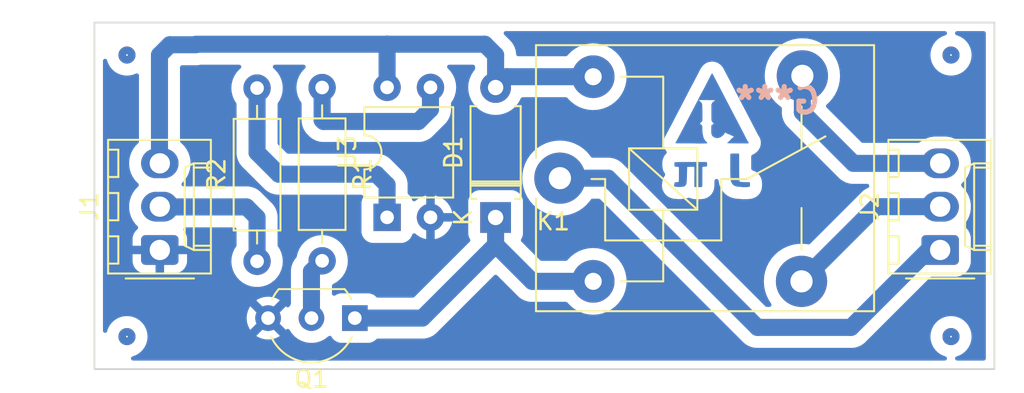
<source format=kicad_pcb>
(kicad_pcb (version 20240108) (generator "pcbnew") (generator_version "8.0")
  (layers (0 "F.Cu" signal) (31 "B.Cu" signal) (34 "B.Paste" user) (35 "F.Paste" user) (36 "B.SilkS" user "B.Silkscreen") (37 "F.SilkS" user "F.Silkscreen") (38 "B.Mask" user) (39 "F.Mask" user) (44 "Edge.Cuts" user))
  (net 0 "")
  (net 1 "+5V")
  (net 2 "Net-(D1-A)")
  (net 3 "GND")
  (net 4 "Net-(J2-Pad1)")
  (net 5 "Net-(J2-Pad2)")
  (net 6 "Net-(J2-Pad3)")
  (net 7 "Net-(Q1-B)")
  (net 8 "Net-(R1-Pad1)")
  (net 9 "Net-(R2-Pad2)")
  (net 10 "Net-(J1-Pad2)")
  (footprint "Package_TO_SOT_THT:TO-92L_Inline_Wide" (layer "F.Cu") (at 125.105 124.01 180)
    (property "Reference" "Q1" (at 2.54 -3.56 180) (layer "F.SilkS"))
    (property "Value" "BC337")
    (fp_line (start 0.6 1.7) (end 4.45 1.7) (stroke (width 0.12)) (layer "F.SilkS"))
    (fp_arc (start 4.842383 1.112264) (mid 4.666594 1.419753) (end 4.45 1.7) (stroke (width 0.12)) (layer "F.SilkS"))
    (fp_arc (start 2.54 -2.6) (mid 3.936979 -2.192818) (end 4.8964 -1.098807) (stroke (width 0.12)) (layer "F.SilkS"))
    (fp_arc (start 0.6 1.7) (mid 0.389183 1.423933) (end 0.217369 1.122045) (stroke (width 0.12)) (layer "F.SilkS"))
    (fp_arc (start 0.1836 -1.098807) (mid 1.143021 -2.192817) (end 2.54 -2.6) (stroke (width 0.12)) (layer "F.SilkS"))
    (pad "1" thru_hole rect (at 0 0 180) (size 1.5 1.5) (drill 0.8) (layers "*.Cu" "*.Mask") (net 2 "Net-(D1-A)"))
    (pad "2" thru_hole circle (at 2.54 0 180) (size 1.5 1.5) (drill 0.8) (layers "*.Cu" "*.Mask") (net 7 "Net-(Q1-B)"))
    (pad "3" thru_hole circle (at 5.08 0 180) (size 1.5 1.5) (drill 0.8) (layers "*.Cu" "*.Mask") (net 3 "GND"))
  )
  (footprint "Relay_THT:Relay_SPDT_SANYOU_SRD_Series_Form_C" (layer "F.Cu") (at 137.115 115.805)
    (property "Reference" "K1" (at -0.39 2.54 0) (layer "F.SilkS"))
    (property "Value" "RELAY_C")
    (fp_line (start -1.4 -7.8) (end -1.4 -1.2) (stroke (width 0.12)) (layer "F.SilkS"))
    (fp_line (start -1.4 -7.8) (end 18.4 -7.8) (stroke (width 0.12)) (layer "F.SilkS"))
    (fp_line (start -1.4 1.2) (end -1.4 7.8) (stroke (width 0.12)) (layer "F.SilkS"))
    (fp_line (start 2.65 0.05) (end 1.85 0.05) (stroke (width 0.12)) (layer "F.SilkS"))
    (fp_line (start 2.65 0.05) (end 2.65 3.65) (stroke (width 0.12)) (layer "F.SilkS"))
    (fp_line (start 3.55 6.05) (end 6.05 6.05) (stroke (width 0.12)) (layer "F.SilkS"))
    (fp_line (start 4.05 -1.75) (end 8.05 -1.75) (stroke (width 0.12)) (layer "F.SilkS"))
    (fp_line (start 4.05 1.85) (end 4.05 -1.75) (stroke (width 0.12)) (layer "F.SilkS"))
    (fp_line (start 6.05 -5.95) (end 3.55 -5.95) (stroke (width 0.12)) (layer "F.SilkS"))
    (fp_line (start 6.05 -5.95) (end 6.05 -1.75) (stroke (width 0.12)) (layer "F.SilkS"))
    (fp_line (start 6.05 1.85) (end 6.05 6.05) (stroke (width 0.12)) (layer "F.SilkS"))
    (fp_line (start 8.05 -1.75) (end 8.05 1.85) (stroke (width 0.12)) (layer "F.SilkS"))
    (fp_line (start 8.05 1.85) (end 4.05 -1.75) (stroke (width 0.12)) (layer "F.SilkS"))
    (fp_line (start 8.05 1.85) (end 4.05 1.85) (stroke (width 0.12)) (layer "F.SilkS"))
    (fp_line (start 9.45 0.05) (end 9.45 3.65) (stroke (width 0.12)) (layer "F.SilkS"))
    (fp_line (start 9.45 0.05) (end 10.95 0.05) (stroke (width 0.12)) (layer "F.SilkS"))
    (fp_line (start 9.45 3.65) (end 2.65 3.65) (stroke (width 0.12)) (layer "F.SilkS"))
    (fp_line (start 10.95 0.05) (end 15.55 -2.45) (stroke (width 0.12)) (layer "F.SilkS"))
    (fp_line (start 14.15 -4.2) (end 14.15 -1.7) (stroke (width 0.12)) (layer "F.SilkS"))
    (fp_line (start 14.15 4.2) (end 14.15 1.75) (stroke (width 0.12)) (layer "F.SilkS"))
    (fp_line (start 18.4 -7.8) (end 18.4 7.8) (stroke (width 0.12)) (layer "F.SilkS"))
    (fp_line (start 18.4 7.8) (end -1.4 7.8) (stroke (width 0.12)) (layer "F.SilkS"))
    (pad "1" thru_hole circle (at 0 0 90) (size 3 3) (drill 1.3) (layers "*.Cu" "*.Mask") (net 4 "Net-(J2-Pad1)"))
    (pad "2" thru_hole circle (at 1.95 6.05 90) (size 2.5 2.5) (drill 1) (layers "*.Cu" "*.Mask") (net 2 "Net-(D1-A)"))
    (pad "3" thru_hole circle (at 14.15 6.05 90) (size 3 3) (drill 1.3) (layers "*.Cu" "*.Mask") (net 5 "Net-(J2-Pad2)"))
    (pad "4" thru_hole circle (at 14.2 -6 90) (size 3 3) (drill 1.3) (layers "*.Cu" "*.Mask") (net 6 "Net-(J2-Pad3)"))
    (pad "5" thru_hole circle (at 1.95 -5.95 90) (size 2.5 2.5) (drill 1) (layers "*.Cu" "*.Mask") (net 1 "+5V"))
  )
  (footprint "Connector_Molex:Molex_KK-254_AE-6410-03A_1x03_P2.54mm_Vertical" (layer "F.Cu") (at 113.685 120.015 90)
    (property "Reference" "J1" (at 2.54 -4.12 -90) (layer "F.SilkS"))
    (property "Value" "TB_1X3")
    (fp_line (start 6.46 -3.03) (end -1.38 -3.03) (stroke (width 0.12)) (layer "F.SilkS"))
    (fp_line (start 4.28 -3.03) (end 4.28 -2.43) (stroke (width 0.12)) (layer "F.SilkS"))
    (fp_line (start 1.74 -3.03) (end 1.74 -2.43) (stroke (width 0.12)) (layer "F.SilkS"))
    (fp_line (start -0.8 -3.03) (end -0.8 -2.43) (stroke (width 0.12)) (layer "F.SilkS"))
    (fp_line (start -1.38 -3.03) (end -1.38 2.99) (stroke (width 0.12)) (layer "F.SilkS"))
    (fp_line (start 5.88 -2.43) (end 5.88 -3.03) (stroke (width 0.12)) (layer "F.SilkS"))
    (fp_line (start 4.28 -2.43) (end 5.88 -2.43) (stroke (width 0.12)) (layer "F.SilkS"))
    (fp_line (start 3.34 -2.43) (end 3.34 -3.03) (stroke (width 0.12)) (layer "F.SilkS"))
    (fp_line (start 1.74 -2.43) (end 3.34 -2.43) (stroke (width 0.12)) (layer "F.SilkS"))
    (fp_line (start 0.8 -2.43) (end 0.8 -3.03) (stroke (width 0.12)) (layer "F.SilkS"))
    (fp_line (start -0.8 -2.43) (end 0.8 -2.43) (stroke (width 0.12)) (layer "F.SilkS"))
    (fp_line (start -1.67 -2) (end -1.67 2) (stroke (width 0.12)) (layer "F.SilkS"))
    (fp_line (start 4.83 1.46) (end 5.08 1.99) (stroke (width 0.12)) (layer "F.SilkS"))
    (fp_line (start 0.25 1.46) (end 4.83 1.46) (stroke (width 0.12)) (layer "F.SilkS"))
    (fp_line (start 5.08 1.99) (end 5.08 2.99) (stroke (width 0.12)) (layer "F.SilkS"))
    (fp_line (start 0 1.99) (end 0.25 1.46) (stroke (width 0.12)) (layer "F.SilkS"))
    (fp_line (start 0 1.99) (end 5.08 1.99) (stroke (width 0.12)) (layer "F.SilkS"))
    (fp_line (start 6.46 2.99) (end 6.46 -3.03) (stroke (width 0.12)) (layer "F.SilkS"))
    (fp_line (start 4.83 2.99) (end 4.83 1.99) (stroke (width 0.12)) (layer "F.SilkS"))
    (fp_line (start 0.25 2.99) (end 0.25 1.99) (stroke (width 0.12)) (layer "F.SilkS"))
    (fp_line (start 0 2.99) (end 0 1.99) (stroke (width 0.12)) (layer "F.SilkS"))
    (fp_line (start -1.38 2.99) (end 6.46 2.99) (stroke (width 0.12)) (layer "F.SilkS"))
    (pad "1" thru_hole roundrect (at 0 0 90) (size 1.74 2.19) (drill 1.19) (layers "*.Cu" "*.Mask") (roundrect_rratio 0.143678) (net 3 "GND"))
    (pad "2" thru_hole oval (at 2.54 0 90) (size 1.74 2.19) (drill 1.19) (layers "*.Cu" "*.Mask") (net 10 "Net-(J1-Pad2)"))
    (pad "3" thru_hole oval (at 5.08 0 90) (size 1.74 2.19) (drill 1.19) (layers "*.Cu" "*.Mask") (net 1 "+5V"))
  )
  (footprint "Resistor_THT:R_Axial_DIN0207_L6.3mm_D2.5mm_P10.16mm_Horizontal" (layer "F.Cu") (at 119.38 120.68 90)
    (property "Reference" "R2" (at 5.08 -2.37 -90) (layer "F.SilkS"))
    (property "Value" "220")
    (fp_line (start 8.35 -1.37) (end 1.81 -1.37) (stroke (width 0.12)) (layer "F.SilkS"))
    (fp_line (start 1.81 -1.37) (end 1.81 1.37) (stroke (width 0.12)) (layer "F.SilkS"))
    (fp_line (start 9.12 0) (end 8.35 0) (stroke (width 0.12)) (layer "F.SilkS"))
    (fp_line (start 1.04 0) (end 1.81 0) (stroke (width 0.12)) (layer "F.SilkS"))
    (fp_line (start 8.35 1.37) (end 8.35 -1.37) (stroke (width 0.12)) (layer "F.SilkS"))
    (fp_line (start 1.81 1.37) (end 8.35 1.37) (stroke (width 0.12)) (layer "F.SilkS"))
    (pad "1" thru_hole circle (at 0 0 90) (size 1.6 1.6) (drill 0.8) (layers "*.Cu" "*.Mask") (net 10 "Net-(J1-Pad2)"))
    (pad "2" thru_hole oval (at 10.16 0 90) (size 1.6 1.6) (drill 0.8) (layers "*.Cu" "*.Mask") (net 9 "Net-(R2-Pad2)"))
  )
  (footprint "Resistor_THT:R_Axial_DIN0207_L6.3mm_D2.5mm_P10.16mm_Horizontal" (layer "F.Cu") (at 123.19 110.49 -90)
    (property "Reference" "R1" (at 5.08 -2.37 90) (layer "F.SilkS"))
    (property "Value" "1K")
    (fp_line (start 1.81 1.37) (end 8.35 1.37) (stroke (width 0.12)) (layer "F.SilkS"))
    (fp_line (start 8.35 1.37) (end 8.35 -1.37) (stroke (width 0.12)) (layer "F.SilkS"))
    (fp_line (start 1.04 0) (end 1.81 0) (stroke (width 0.12)) (layer "F.SilkS"))
    (fp_line (start 9.12 0) (end 8.35 0) (stroke (width 0.12)) (layer "F.SilkS"))
    (fp_line (start 1.81 -1.37) (end 1.81 1.37) (stroke (width 0.12)) (layer "F.SilkS"))
    (fp_line (start 8.35 -1.37) (end 1.81 -1.37) (stroke (width 0.12)) (layer "F.SilkS"))
    (pad "1" thru_hole circle (at 0 0 270) (size 1.6 1.6) (drill 0.8) (layers "*.Cu" "*.Mask") (net 8 "Net-(R1-Pad1)"))
    (pad "2" thru_hole oval (at 10.16 0 270) (size 1.6 1.6) (drill 0.8) (layers "*.Cu" "*.Mask") (net 7 "Net-(Q1-B)"))
  )
  (footprint "Connector_Molex:Molex_KK-254_AE-6410-03A_1x03_P2.54mm_Vertical" (layer "F.Cu") (at 159.385 120.015 90)
    (property "Reference" "J2" (at 2.54 -4.12 -90) (layer "F.SilkS"))
    (property "Value" "TB_1X3")
    (fp_line (start 6.46 -3.03) (end -1.38 -3.03) (stroke (width 0.12)) (layer "F.SilkS"))
    (fp_line (start 4.28 -3.03) (end 4.28 -2.43) (stroke (width 0.12)) (layer "F.SilkS"))
    (fp_line (start 1.74 -3.03) (end 1.74 -2.43) (stroke (width 0.12)) (layer "F.SilkS"))
    (fp_line (start -0.8 -3.03) (end -0.8 -2.43) (stroke (width 0.12)) (layer "F.SilkS"))
    (fp_line (start -1.38 -3.03) (end -1.38 2.99) (stroke (width 0.12)) (layer "F.SilkS"))
    (fp_line (start 5.88 -2.43) (end 5.88 -3.03) (stroke (width 0.12)) (layer "F.SilkS"))
    (fp_line (start 4.28 -2.43) (end 5.88 -2.43) (stroke (width 0.12)) (layer "F.SilkS"))
    (fp_line (start 3.34 -2.43) (end 3.34 -3.03) (stroke (width 0.12)) (layer "F.SilkS"))
    (fp_line (start 1.74 -2.43) (end 3.34 -2.43) (stroke (width 0.12)) (layer "F.SilkS"))
    (fp_line (start 0.8 -2.43) (end 0.8 -3.03) (stroke (width 0.12)) (layer "F.SilkS"))
    (fp_line (start -0.8 -2.43) (end 0.8 -2.43) (stroke (width 0.12)) (layer "F.SilkS"))
    (fp_line (start -1.67 -2) (end -1.67 2) (stroke (width 0.12)) (layer "F.SilkS"))
    (fp_line (start 4.83 1.46) (end 5.08 1.99) (stroke (width 0.12)) (layer "F.SilkS"))
    (fp_line (start 0.25 1.46) (end 4.83 1.46) (stroke (width 0.12)) (layer "F.SilkS"))
    (fp_line (start 5.08 1.99) (end 5.08 2.99) (stroke (width 0.12)) (layer "F.SilkS"))
    (fp_line (start 0 1.99) (end 0.25 1.46) (stroke (width 0.12)) (layer "F.SilkS"))
    (fp_line (start 0 1.99) (end 5.08 1.99) (stroke (width 0.12)) (layer "F.SilkS"))
    (fp_line (start 6.46 2.99) (end 6.46 -3.03) (stroke (width 0.12)) (layer "F.SilkS"))
    (fp_line (start 4.83 2.99) (end 4.83 1.99) (stroke (width 0.12)) (layer "F.SilkS"))
    (fp_line (start 0.25 2.99) (end 0.25 1.99) (stroke (width 0.12)) (layer "F.SilkS"))
    (fp_line (start 0 2.99) (end 0 1.99) (stroke (width 0.12)) (layer "F.SilkS"))
    (fp_line (start -1.38 2.99) (end 6.46 2.99) (stroke (width 0.12)) (layer "F.SilkS"))
    (pad "1" thru_hole roundrect (at 0 0 90) (size 1.74 2.19) (drill 1.19) (layers "*.Cu" "*.Mask") (roundrect_rratio 0.143678) (net 4 "Net-(J2-Pad1)"))
    (pad "2" thru_hole oval (at 2.54 0 90) (size 1.74 2.19) (drill 1.19) (layers "*.Cu" "*.Mask") (net 5 "Net-(J2-Pad2)"))
    (pad "3" thru_hole oval (at 5.08 0 90) (size 1.74 2.19) (drill 1.19) (layers "*.Cu" "*.Mask") (net 6 "Net-(J2-Pad3)"))
  )
  (footprint "Package_DIP:DIP-4_W7.62mm" (layer "F.Cu") (at 126.995 118.1 90)
    (property "Reference" "U3" (at 3.81 -2.33 -90) (layer "F.SilkS"))
    (property "Value" "PC817")
    (fp_line (start 6.46 -1.33) (end 4.81 -1.33) (stroke (width 0.12)) (layer "F.SilkS"))
    (fp_line (start 2.81 -1.33) (end 1.16 -1.33) (stroke (width 0.12)) (layer "F.SilkS"))
    (fp_line (start 1.16 -1.33) (end 1.16 3.87) (stroke (width 0.12)) (layer "F.SilkS"))
    (fp_line (start 6.46 3.87) (end 6.46 -1.33) (stroke (width 0.12)) (layer "F.SilkS"))
    (fp_line (start 1.16 3.87) (end 6.46 3.87) (stroke (width 0.12)) (layer "F.SilkS"))
    (fp_arc (start 4.81 -1.33) (mid 3.81 -0.33) (end 2.81 -1.33) (stroke (width 0.12)) (layer "F.SilkS"))
    (pad "1" thru_hole rect (at 0 0 90) (size 1.6 1.6) (drill 0.8) (layers "*.Cu" "*.Mask") (net 9 "Net-(R2-Pad2)"))
    (pad "2" thru_hole oval (at 0 2.54 90) (size 1.6 1.6) (drill 0.8) (layers "*.Cu" "*.Mask") (net 3 "GND"))
    (pad "3" thru_hole oval (at 7.62 2.54 90) (size 1.6 1.6) (drill 0.8) (layers "*.Cu" "*.Mask") (net 8 "Net-(R1-Pad1)"))
    (pad "4" thru_hole oval (at 7.62 0 90) (size 1.6 1.6) (drill 0.8) (layers "*.Cu" "*.Mask") (net 1 "+5V"))
  )
  (footprint "Diode_THT:D_A-405_P7.62mm_Horizontal" (layer "F.Cu") (at 133.35 118.11 90)
    (property "Reference" "D1" (at 3.81 -2.47 -90) (layer "F.SilkS"))
    (property "Value" "DIODE")
    (fp_line (start 6.53 -1.47) (end 6.53 -1.14) (stroke (width 0.12)) (layer "F.SilkS"))
    (fp_line (start 2.11 -1.47) (end 2.11 1.47) (stroke (width 0.12)) (layer "F.SilkS"))
    (fp_line (start 1.99 -1.47) (end 1.99 1.47) (stroke (width 0.12)) (layer "F.SilkS"))
    (fp_line (start 1.87 -1.47) (end 1.87 1.47) (stroke (width 0.12)) (layer "F.SilkS"))
    (fp_line (start 1.09 -1.47) (end 6.53 -1.47) (stroke (width 0.12)) (layer "F.SilkS"))
    (fp_line (start 1.09 -1.14) (end 1.09 -1.47) (stroke (width 0.12)) (layer "F.SilkS"))
    (fp_line (start 1.09 1.14) (end 1.09 1.47) (stroke (width 0.12)) (layer "F.SilkS"))
    (fp_line (start 6.53 1.47) (end 6.53 1.14) (stroke (width 0.12)) (layer "F.SilkS"))
    (fp_line (start 1.09 1.47) (end 6.53 1.47) (stroke (width 0.12)) (layer "F.SilkS"))
    (fp_text user "K" (at 0 -1.9 -90) (layer "F.SilkS"))
    (pad "1" thru_hole rect (at 0 0 90) (size 1.8 1.8) (drill 0.9) (layers "*.Cu" "*.Mask") (net 2 "Net-(D1-A)"))
    (pad "2" thru_hole oval (at 7.62 0 90) (size 1.8 1.8) (drill 0.9) (layers "*.Cu" "*.Mask") (net 1 "+5V"))
  )
  (footprint "Imagenes:Logo_Cobre_4.8mm_7mm" (layer "B.Cu") (at 146.05 113.03 180)
    (property "Reference" "G***" (at -3.81 1.778 180) (layer "B.SilkS") (effects (font (size 1.5 1.5) (thickness 0.3)) (justify mirror)))
    (property "Value" "LOGO" (hide yes))
    (fp_poly (pts (xy -1.31985 -1.327241) (xy -1.299041 -1.327452) (xy -1.232725 -1.328264) (xy -1.181208 -1.329115) (xy -1.142403 -1.330189) (xy -1.114221 -1.331672) (xy -1.094575 -1.333749) (xy -1.081377 -1.336605) (xy -1.072539 -1.340426) (xy -1.065972 -1.345396) (xy -1.062854 -1.348405) (xy -1.044416 -1.366857) (xy -1.041564 -1.888831) (xy -1.040919 -2.0482) (xy -1.040846 -2.191605) (xy -1.041386 -2.319966) (xy -1.042584 -2.434197) (xy -1.044482 -2.535218) (xy -1.047122 -2.623945) (xy -1.050548 -2.701295) (xy -1.054803 -2.768185) (xy -1.059929 -2.825533) (xy -1.065969 -2.874256) (xy -1.072966 -2.915271) (xy -1.080963 -2.949496) (xy -1.090003 -2.977846) (xy -1.092787 -2.985007) (xy -1.130151 -3.063691) (xy -1.173107 -3.12761) (xy -1.223544 -3.178477) (xy -1.283352 -3.218004) (xy -1.354421 -3.247904) (xy -1.396421 -3.260206) (xy -1.430058 -3.266822) (xy -1.475918 -3.272915) (xy -1.529333 -3.277955) (xy -1.580319 -3.281165) (xy -1.624689 -3.283725) (xy -1.662818 -3.286774) (xy -1.691641 -3.29) (xy -1.708091 -3.293092) (xy -1.710676 -3.29441) (xy -1.720516 -3.297058) (xy -1.7444 -3.298955) (xy -1.779499 -3.300139) (xy -1.822988 -3.300647) (xy -1.87204 -3.300518) (xy -1.923828 -3.299789) (xy -1.975524 -3.298498) (xy -2.024303 -3.296682) (xy -2.067338 -3.294379) (xy -2.101801 -3.291628) (xy -2.122555 -3.288909) (xy -2.152395 -3.282304) (xy -2.175395 -3.274967) (xy -2.186675 -3.26846) (xy -2.186759 -3.268332) (xy -2.191426 -3.252295) (xy -2.195039 -3.223813) (xy -2.197484 -3.187302) (xy -2.198645 -3.147181) (xy -2.198408 -3.107866) (xy -2.196658 -3.073775) (xy -2.19328 -3.049323) (xy -2.192526 -3.046408) (xy -2.182097 -3.010339) (xy -1.933352 -3.00491) (xy -1.84696 -3.0027) (xy -1.775931 -3.000091) (xy -1.718741 -2.996922) (xy -1.673867 -2.993031) (xy -1.639786 -2.988256) (xy -1.614973 -2.982436) (xy -1.597905 -2.975408) (xy -1.588269 -2.968285) (xy -1.584214 -2.958921) (xy -1.580557 -2.938983) (xy -1.577284 -2.907925) (xy -1.574382 -2.8652) (xy -1.571836 -2.810262) (xy -1.569634 -2.742565) (xy -1.567762 -2.661562) (xy -1.566206 -2.566708) (xy -1.564953 -2.457456) (xy -1.563988 -2.33326) (xy -1.563299 -2.193573) (xy -1.562871 -2.037851) (xy -1.562742 -1.944056) (xy -1.562167 -1.342202) (xy -1.539479 -1.333576) (xy -1.523344 -1.33088) (xy -1.491823 -1.328861) (xy -1.446407 -1.327556) (xy -1.388586 -1.327004)) (fill solid) (layer "B.Cu"))
    (fp_poly (pts (xy 1.040486 -1.825301) (xy 1.158606 -1.825482) (xy 1.281273 -1.825759) (xy 1.283511 -1.825765) (xy 1.432825 -1.826196) (xy 1.566073 -1.826665) (xy 1.684076 -1.827184) (xy 1.787656 -1.827765) (xy 1.877635 -1.82842) (xy 1.954834 -1.82916) (xy 2.020076 -1.829997) (xy 2.074181 -1.830943) (xy 2.117972 -1.832009) (xy 2.152271 -1.833208) (xy 2.177899 -1.83455) (xy 2.195678 -1.836049) (xy 2.206429 -1.837715) (xy 2.210256 -1.839011) (xy 2.217938 -1.844229) (xy 2.223212 -1.851517) (xy 2.226529 -1.863812) (xy 2.228341 -1.88405) (xy 2.229099 -1.915169) (xy 2.229255 -1.960105) (xy 2.229256 -1.962528) (xy 2.228827 -2.011433) (xy 2.227382 -2.045889) (xy 2.224685 -2.068315) (xy 2.2205 -2.081133) (xy 2.217266 -2.085144) (xy 2.203934 -2.090391) (xy 2.178239 -2.096129) (xy 2.144648 -2.101447) (xy 2.126491 -2.103642) (xy 2.070222 -2.109852) (xy 2.028586 -2.114837) (xy 1.999413 -2.119063) (xy 1.980532 -2.122994) (xy 1.969773 -2.127096) (xy 1.964966 -2.131835) (xy 1.96394 -2.137674) (xy 1.963969 -2.138481) (xy 1.964138 -2.149672) (xy 1.96435 -2.176046) (xy 1.964598 -2.215895) (xy 1.964873 -2.267515) (xy 1.965165 -2.329199) (xy 1.965468 -2.399242) (xy 1.965771 -2.475936) (xy 1.966067 -2.557577) (xy 1.96608 -2.561185) (xy 1.966488 -2.65774) (xy 1.967018 -2.738739) (xy 1.967711 -2.805516) (xy 1.968609 -2.859403) (xy 1.969753 -2.901732) (xy 1.971185 -2.933837) (xy 1.972947 -2.957051) (xy 1.975079 -2.972705) (xy 1.977624 -2.982134) (xy 1.979302 -2.98527) (xy 1.986903 -2.992561) (xy 1.999309 -2.997728) (xy 2.019693 -3.001387) (xy 2.05123 -3.004155) (xy 2.086965 -3.006158) (xy 2.138493 -3.009362) (xy 2.175607 -3.01423) (xy 2.20078 -3.022464) (xy 2.216486 -3.035767) (xy 2.225197 -3.055842) (xy 2.229388 -3.084391) (xy 2.230702 -3.105091) (xy 2.23389 -3.141827) (xy 2.238882 -3.165117) (xy 2.244272 -3.172969) (xy 2.253562 -3.183748) (xy 2.254297 -3.203437) (xy 2.247319 -3.226917) (xy 2.233471 -3.249065) (xy 2.231367 -3.251413) (xy 2.220115 -3.262475) (xy 2.208521 -3.269934) (xy 2.192802 -3.274798) (xy 2.169178 -3.278072) (xy 2.133867 -3.280762) (xy 2.117064 -3.281812) (xy 2.079545 -3.284739) (xy 2.04862 -3.288346) (xy 2.027966 -3.292129) (xy 2.021316 -3.29493) (xy 2.012122 -3.296818) (xy 2.004782 -3.292635) (xy 1.987066 -3.286884) (xy 1.969647 -3.288391) (xy 1.938221 -3.294174) (xy 1.908605 -3.296657) (xy 1.886383 -3.295559) (xy 1.878823 -3.292994) (xy 1.867358 -3.290069) (xy 1.842881 -3.286774) (xy 1.809249 -3.283556) (xy 1.778639 -3.281356) (xy 1.731063 -3.277538) (xy 1.696184 -3.272406) (xy 1.669818 -3.265157) (xy 1.651484 -3.257002) (xy 1.610964 -3.228551) (xy 1.572774 -3.189203) (xy 1.542001 -3.144725) (xy 1.529557 -3.118848) (xy 1.522935 -3.097179) (xy 1.517027 -3.067028) (xy 1.511774 -3.027421) (xy 1.507114 -2.977383) (xy 1.502991 -2.915939) (xy 1.499343 -2.842115) (xy 1.496112 -2.754937) (xy 1.493239 -2.653429) (xy 1.490663 -2.536617) (xy 1.489181 -2.455519) (xy 1.487542 -2.366779) (xy 1.4859 -2.293709) (xy 1.484197 -2.235091) (xy 1.482373 -2.189706) (xy 1.48037 -2.156335) (xy 1.47813 -2.13376) (xy 1.475593 -2.120764) (xy 1.472836 -2.116171) (xy 1.461581 -2.114746) (xy 1.436051 -2.113046) (xy 1.398852 -2.111196) (xy 1.352593 -2.109318) (xy 1.299882 -2.107538) (xy 1.277868 -2.106889) (xy 1.216385 -2.105286) (xy 1.169535 -2.104468) (xy 1.135079 -2.104527) (xy 1.110775 -2.105555) (xy 1.094382 -2.107644) (xy 1.083662 -2.110887) (xy 1.076629 -2.115168) (xy 1.07331 -2.118149) (xy 1.070464 -2.122206) (xy 1.068062 -2.128558) (xy 1.066072 -2.138419) (xy 1.064467 -2.153007) (xy 1.063214 -2.173539) (xy 1.062286 -2.20123) (xy 1.061652 -2.237298) (xy 1.061282 -2.282958) (xy 1.061146 -2.339428) (xy 1.061214 -2.407924) (xy 1.061458 -2.489662) (xy 1.061845 -2.585859) (xy 1.062347 -2.697343) (xy 1.064952 -3.266032) (xy 1.039933 -3.283847) (xy 1.030764 -3.289754) (xy 1.020511 -3.294174) (xy 1.006754 -3.297306) (xy 0.987072 -3.299351) (xy 0.959043 -3.30051) (xy 0.920247 -3.300983) (xy 0.868263 -3.300969) (xy 0.834667 -3.300834) (xy 0.762573 -3.300036) (xy 0.706911 -3.298364) (xy 0.667251 -3.295795) (xy 0.643158 -3.292305) (xy 0.636323 -3.28995) (xy 0.627442 -3.285363) (xy 0.619801 -3.281381) (xy 0.613307 -3.276778) (xy 0.607868 -3.270332) (xy 0.60339 -3.260818) (xy 0.599781 -3.247013) (xy 0.596948 -3.227692) (xy 0.594798 -3.201631) (xy 0.593239 -3.167607) (xy 0.592177 -3.124396) (xy 0.591521 -3.070774) (xy 0.591176 -3.005516) (xy 0.591051 -2.9274) (xy 0.591052 -2.8352) (xy 0.591087 -2.727693) (xy 0.591091 -2.693253) (xy 0.591047 -2.579751) (xy 0.590901 -2.481985) (xy 0.590627 -2.398805) (xy 0.590202 -2.329059) (xy 0.589602 -2.271596) (xy 0.588801 -2.225264) (xy 0.587776 -2.188912) (xy 0.586503 -2.161388) (xy 0.584958 -2.141542) (xy 0.583115 -2.128222) (xy 0.580951 -2.120275) (xy 0.578961 -2.117003) (xy 0.567817 -2.111295) (xy 0.545975 -2.106916) (xy 0.511447 -2.103606) (xy 0.46224 -2.101103) (xy 0.456075 -2.100874) (xy 0.405327 -2.098454) (xy 0.369427 -2.095265) (xy 0.346342 -2.091041) (xy 0.334039 -2.085512) (xy 0.33313 -2.084687) (xy 0.325972 -2.069152) (xy 0.320304 -2.038024) (xy 0.316022 -1.990714) (xy 0.315607 -1.984106) (xy 0.31426 -1.925009) (xy 0.31849 -1.880838) (xy 0.328589 -1.850476) (xy 0.344846 -1.83281) (xy 0.356209 -1.828176) (xy 0.367151 -1.82755) (xy 0.393859 -1.82699) (xy 0.435212 -1.826502) (xy 0.490087 -1.826086) (xy 0.557363 -1.825747) (xy 0.635918 -1.825488) (xy 0.724629 -1.825311) (xy 0.822376 -1.825218) (xy 0.928035 -1.825214)) (fill solid) (layer "B.Cu"))
    (fp_poly (pts (xy 0.033658 3.353645) (xy 0.05129 3.336313) (xy 0.072031 3.305473) (xy 0.097224 3.260625) (xy 0.128208 3.201266) (xy 0.137353 3.183444) (xy 0.167323 3.125013) (xy 0.20155 3.058374) (xy 0.236541 2.990322) (xy 0.268803 2.927652) (xy 0.280587 2.904787) (xy 0.307802 2.851957) (xy 0.340015 2.789343) (xy 0.374528 2.722197) (xy 0.408644 2.655766) (xy 0.439011 2.596576) (xy 0.464326 2.547365) (xy 0.487289 2.503044) (xy 0.50671 2.465881) (xy 0.521401 2.438147) (xy 0.530172 2.422111) (xy 0.53192 2.419249) (xy 0.537937 2.40901) (xy 0.550092 2.386731) (xy 0.566789 2.355385) (xy 0.586435 2.317946) (xy 0.593039 2.305252) (xy 0.614772 2.263643) (xy 0.635507 2.224406) (xy 0.653138 2.191493) (xy 0.66556 2.168856) (xy 0.667226 2.165924) (xy 0.678687 2.145243) (xy 0.695616 2.113798) (xy 0.715743 2.075838) (xy 0.736801 2.035612) (xy 0.737099 2.03504) (xy 0.757457 1.996361) (xy 0.776301 1.96143) (xy 0.791621 1.933918) (xy 0.801407 1.917496) (xy 0.801856 1.916822) (xy 0.824816 1.873193) (xy 0.839881 1.825142) (xy 0.840719 1.820807) (xy 0.8487 1.799164) (xy 0.863425 1.773957) (xy 0.869241 1.766033) (xy 0.879471 1.750379) (xy 0.895974 1.72195) (xy 0.917479 1.683082) (xy 0.942714 1.63611) (xy 0.970408 1.583368) (xy 0.998677 1.528391) (xy 1.044711 1.438048) (xy 1.085589 1.358135) (xy 1.123721 1.283985) (xy 1.161517 1.210929) (xy 1.201386 1.134299) (xy 1.245738 1.049427) (xy 1.259168 1.02378) (xy 1.290572 0.963822) (xy 1.31786 0.911704) (xy 1.342239 0.86511) (xy 1.364917 0.821725) (xy 1.3871 0.779233) (xy 1.409996 0.73532) (xy 1.434812 0.687668) (xy 1.462757 0.633964) (xy 1.495037 0.571891) (xy 1.532859 0.499134) (xy 1.570647 0.426429) (xy 1.591286 0.386582) (xy 1.610101 0.350005) (xy 1.625194 0.320406) (xy 1.634664 0.301497) (xy 1.635504 0.299767) (xy 1.647141 0.276352) (xy 1.657022 0.257546) (xy 1.664346 0.243823) (xy 1.677599 0.21857) (xy 1.694962 0.185266) (xy 1.714617 0.147388) (xy 1.716603 0.14355) (xy 1.738986 0.100488) (xy 1.761813 0.056887) (xy 1.782276 0.018097) (xy 1.796437 -0.008444) (xy 1.826323 -0.064288) (xy 1.862396 -0.132345) (xy 1.903163 -0.209786) (xy 1.947131 -0.293785) (xy 1.953232 -0.305475) (xy 1.973786 -0.344362) (xy 1.993624 -0.381002) (xy 2.010303 -0.410931) (xy 2.020266 -0.427915) (xy 2.03356 -0.451295) (xy 2.05051 -0.483738) (xy 2.067828 -0.518913) (xy 2.070779 -0.525151) (xy 2.090466 -0.564066) (xy 2.113369 -0.604954) (xy 2.134702 -0.639291) (xy 2.135717 -0.640795) (xy 2.15831 -0.677748) (xy 2.168599 -0.704382) (xy 2.16682 -0.721689) (xy 2.15679 -0.729516) (xy 2.14628 -0.730379) (xy 2.120293 -0.731198) (xy 2.080237 -0.731958) (xy 2.027522 -0.732648) (xy 1.963558 -0.733255) (xy 1.889756 -0.733768) (xy 1.807525 -0.734174) (xy 1.718275 -0.734461) (xy 1.623416 -0.734616) (xy 1.566249 -0.734641) (xy 1.468574 -0.734732) (xy 1.375534 -0.734994) (xy 1.288559 -0.735413) (xy 1.209078 -0.735973) (xy 1.138521 -0.736659) (xy 1.078319 -0.737456) (xy 1.029901 -0.738348) (xy 0.994696 -0.739321) (xy 0.974135 -0.740359) (xy 0.969516 -0.740974) (xy 0.956825 -0.742303) (xy 0.929259 -0.743313) (xy 0.888827 -0.74399) (xy 0.837539 -0.744323) (xy 0.777405 -0.744297) (xy 0.710436 -0.743902) (xy 0.638641 -0.743123) (xy 0.635835 -0.743085) (xy 0.54584 -0.741693) (xy 0.471857 -0.740133) (xy 0.413008 -0.738367) (xy 0.368419 -0.736356) (xy 0.337212 -0.734062) (xy 0.318511 -0.731448) (xy 0.311776 -0.728926) (xy 0.304973 -0.711151) (xy 0.313608 -0.687203) (xy 0.337519 -0.657382) (xy 0.363653 -0.632831) (xy 0.417856 -0.576652) (xy 0.465861 -0.509061) (xy 0.504684 -0.435146) (xy 0.531337 -0.359993) (xy 0.536385 -0.338593) (xy 0.543979 -0.303027) (xy 0.551821 -0.268154) (xy 0.556882 -0.24694) (xy 0.567779 -0.192745) (xy 0.577004 -0.125704) (xy 0.584191 -0.049808) (xy 0.588973 0.030952) (xy 0.590983 0.112584) (xy 0.591023 0.12438) (xy 0.591527 0.18781) (xy 0.593436 0.236873) (xy 0.597445 0.274076) (xy 0.604248 0.301926) (xy 0.614542 0.32293) (xy 0.629021 0.339594) (xy 0.64838 0.354426) (xy 0.656217 0.359509) (xy 0.686769 0.37975) (xy 0.705288 0.39532) (xy 0.71463 0.409519) (xy 0.717651 0.425647) (xy 0.717753 0.430616) (xy 0.715037 0.445086) (xy 0.705383 0.461077) (xy 0.686526 0.481535) (xy 0.659299 0.506657) (xy 0.632733 0.531138) (xy 0.61091 0.552861) (xy 0.597112 0.568489) (xy 0.594351 0.572738) (xy 0.591616 0.586417) (xy 0.589019 0.613084) (xy 0.586859 0.648843) (xy 0.585473 0.688198) (xy 0.584878 0.71289) (xy 0.584383 0.733686) (xy 0.584005 0.752311) (xy 0.58376 0.77049) (xy 0.583663 0.789949) (xy 0.583729 0.812412) (xy 0.583976 0.839605) (xy 0.584419 0.873253) (xy 0.585074 0.915082) (xy 0.585956 0.966817) (xy 0.587082 1.030182) (xy 0.588467 1.106904) (xy 0.590128 1.198708) (xy 0.590211 1.203291) (xy 0.591846 1.296347) (xy 0.593369 1.374242) (xy 0.595179 1.438698) (xy 0.597679 1.491434) (xy 0.601269 1.534171) (xy 0.606352 1.568629) (xy 0.613327 1.596528) (xy 0.622598 1.619589) (xy 0.634564 1.639532) (xy 0.649628 1.658077) (xy 0.66819 1.676944) (xy 0.690652 1.697854) (xy 0.709661 1.715322) (xy 0.740299 1.744422) (xy 0.765553 1.769865) (xy 0.783227 1.789325) (xy 0.791121 1.800475) (xy 0.791288 1.801768) (xy 0.781878 1.80491) (xy 0.757021 1.807005) (xy 0.718128 1.807995) (xy 0.666611 1.807823) (xy 0.649686 1.807551) (xy 0.608351 1.806916) (xy 0.553147 1.806267) (xy 0.487093 1.805631) (xy 0.413209 1.80503) (xy 0.334515 1.804491) (xy 0.254028 1.804039) (xy 0.185772 1.803737) (xy 0.113007 1.803287) (xy 0.045354 1.802535) (xy -0.015283 1.801527) (xy -0.066998 1.80031) (xy -0.107886 1.79893) (xy -0.136043 1.797432) (xy -0.149564 1.795864) (xy -0.150302 1.795574) (xy -0.153551 1.786106) (xy -0.142757 1.772515) (xy -0.119766 1.756406) (xy -0.086423 1.739384) (xy -0.084845 1.738682) (xy -0.049158 1.719461) (xy -0.020256 1.694913) (xy 0.005284 1.661359) (xy 0.030884 1.615116) (xy 0.031832 1.613204) (xy 0.063331 1.549501) (xy 0.063331 1.085073) (xy 0.063375 0.981296) (xy 0.063373 0.892933) (xy 0.063129 0.818512) (xy 0.062444 0.75656) (xy 0.061122 0.705605) (xy 0.058965 0.664173) (xy 0.055774 0.630792) (xy 0.051354 0.603988) (xy 0.045505 0.582289) (xy 0.038031 0.564223) (xy 0.028733 0.548315) (xy 0.017415 0.533095) (xy 0.003878 0.517087) (xy -0.012074 0.498821) (xy -0.015907 0.494376) (xy -0.037219 0.468323) (xy -0.054128 0.445384) (xy -0.063461 0.42991) (xy -0.064068 0.428329) (xy -0.062301 0.408487) (xy -0.046319 0.389828) (xy -0.018739 0.374946) (xy -0.006132 0.37092) (xy 0.020649 0.360269) (xy 0.043266 0.34572) (xy 0.046028 0.343171) (xy 0.051953 0.336558) (xy 0.056561 0.32859) (xy 0.06009 0.317079) (xy 0.062778 0.29984) (xy 0.064865 0.274686) (xy 0.066588 0.239429) (xy 0.068187 0.191884) (xy 0.0699 0.129864) (xy 0.070089 0.122664) (xy 0.071837 0.034027) (xy 0.071744 -0.039863) (xy 0.069441 -0.10108) (xy 0.06456 -0.151702) (xy 0.056732 -0.193804) (xy 0.045586 -0.229462) (xy 0.030755 -0.260752) (xy 0.011868 -0.289751) (xy -0.007559 -0.314044) (xy -0.031281 -0.335681) (xy -0.064789 -0.358637) (xy -0.103335 -0.380419) (xy -0.142171 -0.398537) (xy -0.176548 -0.410499) (xy -0.197991 -0.413965) (xy -0.224792 -0.416136) (xy -0.253547 -0.421091) (xy -0.254032 -0.421203) (xy -0.301886 -0.424761) (xy -0.357524 -0.416105) (xy -0.418283 -0.396289) (xy -0.481499 -0.366368) (xy -0.544507 -0.327396) (xy -0.600345 -0.284159) (xy -0.638414 -0.249027) (xy -0.666455 -0.216738) (xy -0.689097 -0.181744) (xy -0.695323 -0.170278) (xy -0.711486 -0.141801) (xy -0.72634 -0.119566) (xy -0.737121 -0.107635) (xy -0.738553 -0.106839) (xy -0.751323 -0.108608) (xy -0.773939 -0.117593) (xy -0.801979 -0.131973) (xy -0.808102 -0.135483) (xy -0.835974 -0.151281) (xy -0.858329 -0.163045) (xy -0.871131 -0.168676) (xy -0.872265 -0.168883) (xy -0.883175 -0.172163) (xy -0.90431 -0.180667) (xy -0.925425 -0.189994) (xy -0.950526 -0.201198) (xy -0.96883 -0.208853) (xy -0.975514 -0.211104) (xy -0.984511 -0.214368) (xy -1.004889 -0.223033) (xy -1.032701 -0.235407) (xy -1.040705 -0.239042) (xy -1.078175 -0.256041) (xy -1.122791 -0.276147) (xy -1.166259 -0.295627) (xy -1.175847 -0.299905) (xy -1.215951 -0.319226) (xy -1.240393 -0.335105) (xy -1.24975 -0.34875) (xy -1.244595 -0.361368) (xy -1.225503 -0.374165) (xy -1.213846 -0.379715) (xy -1.185 -0.395208) (xy -1.155779 -0.41685) (xy -1.123739 -0.446846) (xy -1.086438 -0.487398) (xy -1.05931 -0.519153) (xy -1.028734 -0.55311) (xy -0.994787 -0.586812) (xy -0.963033 -0.614865) (xy -0.951089 -0.624102) (xy -0.924486 -0.64414) (xy -0.902568 -0.661997) (xy -0.889681 -0.674117) (xy -0.889015 -0.674929) (xy -0.879762 -0.695216) (xy -0.880197 -0.715066) (xy -0.889856 -0.72811) (xy -0.892969 -0.729376) (xy -0.903691 -0.73013) (xy -0.929908 -0.730915) (xy -0.970225 -0.731715) (xy -1.023247 -0.732514) (xy -1.08758 -0.733296) (xy -1.161831 -0.734045) (xy -1.244603 -0.734747) (xy -1.334505 -0.735383) (xy -1.43014 -0.73594) (xy -1.500711 -0.736278) (xy -2.093677 -0.738863) (xy -2.112003 -0.720538) (xy -2.130329 -0.702213) (xy -2.095103 -0.650607) (xy -2.082379 -0.631708) (xy -2.070402 -0.613146) (xy -2.058206 -0.593144) (xy -2.044825 -0.569928) (xy -2.029294 -0.54172) (xy -2.010646 -0.506747) (xy -1.987915 -0.463231) (xy -1.960137 -0.409398) (xy -1.926345 -0.343471) (xy -1.899692 -0.291323) (xy -1.86825 -0.229831) (xy -1.83623 -0.167329) (xy -1.805345 -0.107152) (xy -1.777307 -0.052632) (xy -1.753827 -0.007101) (xy -1.739216 0.02111) (xy -1.713356 0.07094) (xy -1.684244 0.127134) (xy -1.655837 0.182045) (xy -1.636469 0.219548) (xy -1.604179 0.282024) (xy -1.568551 0.350756) (xy -1.530835 0.423353) (xy -1.492278 0.497422) (xy -1.454128 0.570573) (xy -1.417634 0.640415) (xy -1.384042 0.704557) (xy -1.354602 0.760608) (xy -1.330562 0.806176) (xy -1.314722 0.835971) (xy -1.297534 0.868354) (xy -1.275398 0.910436) (xy -1.2511 0.956901) (xy -1.227427 1.002434) (xy -1.226174 1.004854) (xy -1.200147 1.05503) (xy -1.170984 1.111122) (xy -1.142456 1.165882) (xy -1.120716 1.207513) (xy -1.094894 1.257022) (xy -1.065612 1.313385) (xy -1.037073 1.368507) (xy -1.019936 1.401729) (xy -0.995417 1.449259) (xy -0.968319 1.501627) (xy -0.942379 1.551616) (xy -0.925896 1.583278) (xy -0.868597 1.693167) (xy -0.818195 1.78997) (xy -0.773724 1.875546) (xy -0.734219 1.951756) (xy -0.698716 2.020461) (xy -0.666249 2.083519) (xy -0.649957 2.115259) (xy -0.623864 2.165992) (xy -0.597541 2.216896) (xy -0.573066 2.263972) (xy -0.552517 2.303218) (xy -0.540264 2.326363) (xy -0.521428 2.361849) (xy -0.49804 2.40625) (xy -0.473299 2.453475) (xy -0.453734 2.491024) (xy -0.428358 2.539881) (xy -0.399776 2.59491) (xy -0.372043 2.648308) (xy -0.355055 2.681017) (xy -0.314447 2.759176) (xy -0.280483 2.82447) (xy -0.252045 2.87903) (xy -0.228015 2.924992) (xy -0.207278 2.964487) (xy -0.188714 2.99965) (xy -0.171208 3.032615) (xy -0.156054 3.061004) (xy -0.131334 3.107647) (xy -0.10291 3.161946) (xy -0.074657 3.216464) (xy -0.054795 3.255219) (xy -0.032595 3.297912) (xy -0.01399 3.329603) (xy 0.002359 3.349789) (xy 0.017795 3.35797)) (fill solid) (layer "B.Cu"))
  )
  (gr_rect (start 109.855 106.68) (end 162.56 127) (stroke (width 0.1)) (fill none) (layer "Edge.Cuts"))
  (via (at 160.02 125.095) (size 1) (drill 0.1) (layers "F.Cu" "B.Cu") (net 0))
  (via (at 160.02 108.585) (size 1) (drill 0.1) (layers "F.Cu" "B.Cu") (net 0))
  (via (at 111.76 125.095) (size 1) (drill 0.1) (layers "F.Cu" "B.Cu") (net 0))
  (via (at 111.76 108.585) (size 1) (drill 0.1) (layers "F.Cu" "B.Cu") (net 0))
  (segment (start 133.35 110.49) (end 133.985 109.855) (width 1) (layer "B.Cu") (net 1))
  (segment (start 133.985 109.855) (end 139.065 109.855) (width 1) (layer "B.Cu") (net 1))
  (segment (start 115.805 107.95) (end 127 107.95) (width 1) (layer "B.Cu") (net 1))
  (segment (start 133.35 108.585) (end 132.715 107.95) (width 1) (layer "B.Cu") (net 1))
  (segment (start 126.995 107.955) (end 127 107.95) (width 1) (layer "B.Cu") (net 1))
  (segment (start 126.995 110.48) (end 126.995 107.955) (width 1) (layer "B.Cu") (net 1))
  (segment (start 132.715 107.95) (end 127 107.95) (width 1) (layer "B.Cu") (net 1))
  (segment (start 133.35 110.49) (end 133.35 108.585) (width 1) (layer "B.Cu") (net 1))
  (segment (start 114.27 107.98) (end 115.805 107.98) (width 1) (layer "B.Cu") (net 1))
  (segment (start 113.665 114.95) (end 113.665 108.585) (width 1) (layer "B.Cu") (net 1))
  (segment (start 113.665 108.585) (end 114.27 107.98) (width 1) (layer "B.Cu") (net 1))
  (segment (start 139.065 121.855) (end 135.49 121.855) (width 1) (layer "B.Cu") (net 2))
  (segment (start 129.055 124.01) (end 133.35 119.715) (width 1) (layer "B.Cu") (net 2))
  (segment (start 135.49 121.855) (end 133.35 119.715) (width 1) (layer "B.Cu") (net 2))
  (segment (start 133.35 118.11) (end 133.35 119.715) (width 1) (layer "B.Cu") (net 2))
  (segment (start 125.105 124.01) (end 129.055 124.01) (width 1) (layer "B.Cu") (net 2))
  (segment (start 154.165 124.555) (end 158.705 120.015) (width 1) (layer "B.Cu") (net 4))
  (segment (start 137.115 115.805) (end 139.935 115.805) (width 1) (layer "B.Cu") (net 4))
  (segment (start 148.685 124.555) (end 154.165 124.555) (width 1) (layer "B.Cu") (net 4))
  (segment (start 139.935 115.805) (end 148.685 124.555) (width 1) (layer "B.Cu") (net 4))
  (segment (start 151.265 121.855) (end 155.645 117.475) (width 1) (layer "B.Cu") (net 5))
  (segment (start 155.645 117.475) (end 158.705 117.475) (width 1) (layer "B.Cu") (net 5))
  (segment (start 154.305 114.935) (end 158.705 114.935) (width 1) (layer "B.Cu") (net 6))
  (segment (start 151.315 109.805) (end 151.315 111.945) (width 1) (layer "B.Cu") (net 6))
  (segment (start 151.315 111.945) (end 154.305 114.935) (width 1) (layer "B.Cu") (net 6))
  (segment (start 123.19 120.65) (end 122.565 121.275) (width 1) (layer "B.Cu") (net 7))
  (segment (start 122.565 121.275) (end 122.565 124.01) (width 1) (layer "B.Cu") (net 7))
  (segment (start 123.275 112.48) (end 123.19 112.395) (width 1) (layer "B.Cu") (net 8))
  (segment (start 129.535 111.765) (end 128.82 112.48) (width 1) (layer "B.Cu") (net 8))
  (segment (start 123.19 112.395) (end 123.19 110.49) (width 1) (layer "B.Cu") (net 8))
  (segment (start 129.535 110.48) (end 129.535 111.765) (width 1) (layer "B.Cu") (net 8))
  (segment (start 128.82 112.48) (end 123.275 112.48) (width 1) (layer "B.Cu") (net 8))
  (segment (start 126.995 116.2) (end 126.995 118.1) (width 1) (layer "B.Cu") (net 9))
  (segment (start 120.65 115.57) (end 126.365 115.57) (width 1) (layer "B.Cu") (net 9))
  (segment (start 119.38 114.3) (end 120.65 115.57) (width 1) (layer "B.Cu") (net 9))
  (segment (start 119.38 110.52) (end 119.38 114.3) (width 1) (layer "B.Cu") (net 9))
  (segment (start 126.365 115.57) (end 126.995 116.2) (width 1) (layer "B.Cu") (net 9))
  (segment (start 118.76 117.49) (end 113.665 117.49) (width 1) (layer "B.Cu") (net 10))
  (segment (start 119.38 120.68) (end 119.38 118.11) (width 1) (layer "B.Cu") (net 10))
  (segment (start 119.38 118.11) (end 118.76 117.49) (width 1) (layer "B.Cu") (net 10))
  (zone (net 3) (net_name "GND") (layer "B.Cu") (connect_pads (clearance 0.5)) (min_thickness 0.25) (fill yes (thermal_gap 0.5) (thermal_bridge_width 0.5))
    (polygon (pts (xy 162.56 106.68) (xy 109.855 106.68) (xy 109.855 127) (xy 162.56 127)))
  )
)
</source>
